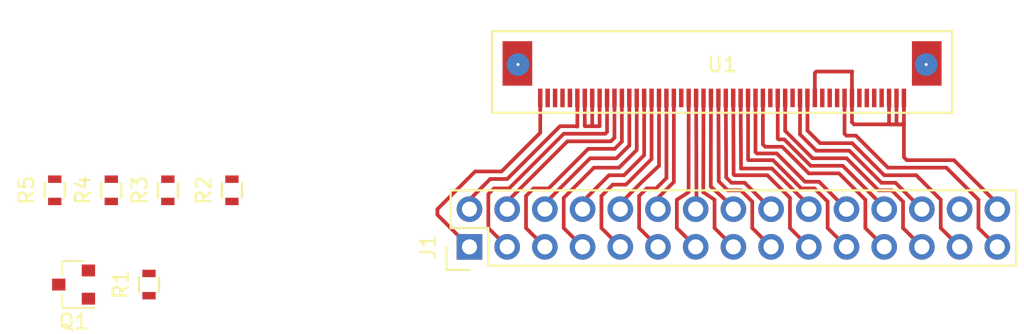
<source format=kicad_pcb>
(kicad_pcb (version 4) (host pcbnew 4.0.6)

  (general
    (links 51)
    (no_connects 16)
    (area 0 0 0 0)
    (thickness 1.6)
    (drawings 0)
    (tracks 190)
    (zones 0)
    (modules 8)
    (nets 43)
  )

  (page A4)
  (layers
    (0 F.Cu signal)
    (31 B.Cu signal)
    (32 B.Adhes user)
    (33 F.Adhes user)
    (34 B.Paste user)
    (35 F.Paste user)
    (36 B.SilkS user)
    (37 F.SilkS user)
    (38 B.Mask user)
    (39 F.Mask user)
    (40 Dwgs.User user)
    (41 Cmts.User user)
    (42 Eco1.User user)
    (43 Eco2.User user)
    (44 Edge.Cuts user)
    (45 Margin user)
    (46 B.CrtYd user)
    (47 F.CrtYd user)
    (48 B.Fab user)
    (49 F.Fab user)
  )

  (setup
    (last_trace_width 0.25)
    (trace_clearance 0.2)
    (zone_clearance 0.208)
    (zone_45_only no)
    (trace_min 0.2)
    (segment_width 0.2)
    (edge_width 0.15)
    (via_size 0.6)
    (via_drill 0.4)
    (via_min_size 0.4)
    (via_min_drill 0.3)
    (uvia_size 0.3)
    (uvia_drill 0.1)
    (uvias_allowed no)
    (uvia_min_size 0.2)
    (uvia_min_drill 0.1)
    (pcb_text_width 0.3)
    (pcb_text_size 1.5 1.5)
    (mod_edge_width 0.15)
    (mod_text_size 1 1)
    (mod_text_width 0.15)
    (pad_size 1.524 1.524)
    (pad_drill 0.762)
    (pad_to_mask_clearance 0.2)
    (aux_axis_origin 151.765 99.949)
    (visible_elements FFFFFF7F)
    (pcbplotparams
      (layerselection 0x00030_80000001)
      (usegerberextensions false)
      (excludeedgelayer true)
      (linewidth 0.100000)
      (plotframeref false)
      (viasonmask false)
      (mode 1)
      (useauxorigin false)
      (hpglpennumber 1)
      (hpglpenspeed 20)
      (hpglpendiameter 15)
      (hpglpenoverlay 2)
      (psnegative false)
      (psa4output false)
      (plotreference true)
      (plotvalue true)
      (plotinvisibletext false)
      (padsonsilk false)
      (subtractmaskfromsilk false)
      (outputformat 1)
      (mirror false)
      (drillshape 1)
      (scaleselection 1)
      (outputdirectory ""))
  )

  (net 0 "")
  (net 1 BL)
  (net 2 GND)
  (net 3 "Net-(Q1-Pad3)")
  (net 4 +3V3)
  (net 5 "Net-(R2-Pad2)")
  (net 6 "Net-(R3-Pad2)")
  (net 7 "Net-(R4-Pad2)")
  (net 8 "Net-(R5-Pad2)")
  (net 9 +5V)
  (net 10 RST)
  (net 11 VSYNC)
  (net 12 HSYNC)
  (net 13 CLOCK)
  (net 14 DEN)
  (net 15 RED7)
  (net 16 RED6)
  (net 17 RED5)
  (net 18 RED4)
  (net 19 RED3)
  (net 20 "Net-(U1-Pad20)")
  (net 21 GRE7)
  (net 22 GRE6)
  (net 23 GRE5)
  (net 24 GRE4)
  (net 25 GRE3)
  (net 26 GRE2)
  (net 27 BLU7)
  (net 28 BLU6)
  (net 29 BLU5)
  (net 30 BLU4)
  (net 31 BLU3)
  (net 32 "Net-(U1-Pad32)")
  (net 33 MISO)
  (net 34 MOSI)
  (net 35 "Net-(U1-Pad35)")
  (net 36 DC)
  (net 37 SCL)
  (net 38 "Net-(U1-Pad39)")
  (net 39 "Net-(U1-Pad44)")
  (net 40 "Net-(U1-Pad45)")
  (net 41 "Net-(U1-Pad46)")
  (net 42 "Net-(U1-Pad47)")

  (net_class Default "This is the default net class."
    (clearance 0.2)
    (trace_width 0.25)
    (via_dia 0.6)
    (via_drill 0.4)
    (uvia_dia 0.3)
    (uvia_drill 0.1)
    (add_net +3V3)
    (add_net +5V)
    (add_net BL)
    (add_net BLU3)
    (add_net BLU4)
    (add_net BLU5)
    (add_net BLU6)
    (add_net BLU7)
    (add_net CLOCK)
    (add_net DC)
    (add_net DEN)
    (add_net GND)
    (add_net GRE2)
    (add_net GRE3)
    (add_net GRE4)
    (add_net GRE5)
    (add_net GRE6)
    (add_net GRE7)
    (add_net HSYNC)
    (add_net MISO)
    (add_net MOSI)
    (add_net "Net-(Q1-Pad3)")
    (add_net "Net-(R2-Pad2)")
    (add_net "Net-(R3-Pad2)")
    (add_net "Net-(R4-Pad2)")
    (add_net "Net-(R5-Pad2)")
    (add_net "Net-(U1-Pad20)")
    (add_net "Net-(U1-Pad32)")
    (add_net "Net-(U1-Pad35)")
    (add_net "Net-(U1-Pad39)")
    (add_net "Net-(U1-Pad44)")
    (add_net "Net-(U1-Pad45)")
    (add_net "Net-(U1-Pad46)")
    (add_net "Net-(U1-Pad47)")
    (add_net RED3)
    (add_net RED4)
    (add_net RED5)
    (add_net RED6)
    (add_net RED7)
    (add_net RST)
    (add_net SCL)
    (add_net VSYNC)
  )

  (module TO_SOT_Packages_SMD:SOT-23 (layer F.Cu) (tedit 583F39EB) (tstamp 58F8FFF9)
    (at 127 118.11 180)
    (descr "SOT-23, Standard")
    (tags SOT-23)
    (path /58F844C2)
    (attr smd)
    (fp_text reference Q1 (at 0 -2.5 180) (layer F.SilkS)
      (effects (font (size 1 1) (thickness 0.15)))
    )
    (fp_text value Q_PMOS_GSD (at 0 2.5 180) (layer F.Fab)
      (effects (font (size 1 1) (thickness 0.15)))
    )
    (fp_line (start 0.76 1.58) (end 0.76 0.65) (layer F.SilkS) (width 0.12))
    (fp_line (start 0.76 -1.58) (end 0.76 -0.65) (layer F.SilkS) (width 0.12))
    (fp_line (start 0.7 -1.52) (end 0.7 1.52) (layer F.Fab) (width 0.15))
    (fp_line (start -0.7 1.52) (end 0.7 1.52) (layer F.Fab) (width 0.15))
    (fp_line (start -1.7 -1.75) (end 1.7 -1.75) (layer F.CrtYd) (width 0.05))
    (fp_line (start 1.7 -1.75) (end 1.7 1.75) (layer F.CrtYd) (width 0.05))
    (fp_line (start 1.7 1.75) (end -1.7 1.75) (layer F.CrtYd) (width 0.05))
    (fp_line (start -1.7 1.75) (end -1.7 -1.75) (layer F.CrtYd) (width 0.05))
    (fp_line (start 0.76 -1.58) (end -1.4 -1.58) (layer F.SilkS) (width 0.12))
    (fp_line (start -0.7 -1.52) (end 0.7 -1.52) (layer F.Fab) (width 0.15))
    (fp_line (start -0.7 -1.52) (end -0.7 1.52) (layer F.Fab) (width 0.15))
    (fp_line (start 0.76 1.58) (end -0.7 1.58) (layer F.SilkS) (width 0.12))
    (pad 1 smd rect (at -1 -0.95 180) (size 0.9 0.8) (layers F.Cu F.Paste F.Mask)
      (net 1 BL))
    (pad 2 smd rect (at -1 0.95 180) (size 0.9 0.8) (layers F.Cu F.Paste F.Mask)
      (net 2 GND))
    (pad 3 smd rect (at 1 0 180) (size 0.9 0.8) (layers F.Cu F.Paste F.Mask)
      (net 3 "Net-(Q1-Pad3)"))
    (model TO_SOT_Packages_SMD.3dshapes/SOT-23.wrl
      (at (xyz 0 0 0))
      (scale (xyz 1 1 1))
      (rotate (xyz 0 0 90))
    )
  )

  (module Resistors_SMD:R_0603 (layer F.Cu) (tedit 58307A47) (tstamp 58F8FFFF)
    (at 132.08 118.11 90)
    (descr "Resistor SMD 0603, reflow soldering, Vishay (see dcrcw.pdf)")
    (tags "resistor 0603")
    (path /58F8431E)
    (attr smd)
    (fp_text reference R1 (at 0 -1.9 90) (layer F.SilkS)
      (effects (font (size 1 1) (thickness 0.15)))
    )
    (fp_text value 10k (at 0 1.9 90) (layer F.Fab)
      (effects (font (size 1 1) (thickness 0.15)))
    )
    (fp_line (start -0.8 0.4) (end -0.8 -0.4) (layer F.Fab) (width 0.1))
    (fp_line (start 0.8 0.4) (end -0.8 0.4) (layer F.Fab) (width 0.1))
    (fp_line (start 0.8 -0.4) (end 0.8 0.4) (layer F.Fab) (width 0.1))
    (fp_line (start -0.8 -0.4) (end 0.8 -0.4) (layer F.Fab) (width 0.1))
    (fp_line (start -1.3 -0.8) (end 1.3 -0.8) (layer F.CrtYd) (width 0.05))
    (fp_line (start -1.3 0.8) (end 1.3 0.8) (layer F.CrtYd) (width 0.05))
    (fp_line (start -1.3 -0.8) (end -1.3 0.8) (layer F.CrtYd) (width 0.05))
    (fp_line (start 1.3 -0.8) (end 1.3 0.8) (layer F.CrtYd) (width 0.05))
    (fp_line (start 0.5 0.675) (end -0.5 0.675) (layer F.SilkS) (width 0.15))
    (fp_line (start -0.5 -0.675) (end 0.5 -0.675) (layer F.SilkS) (width 0.15))
    (pad 1 smd rect (at -0.75 0 90) (size 0.5 0.9) (layers F.Cu F.Paste F.Mask)
      (net 1 BL))
    (pad 2 smd rect (at 0.75 0 90) (size 0.5 0.9) (layers F.Cu F.Paste F.Mask)
      (net 4 +3V3))
    (model Resistors_SMD.3dshapes/R_0603.wrl
      (at (xyz 0 0 0))
      (scale (xyz 1 1 1))
      (rotate (xyz 0 0 0))
    )
  )

  (module Resistors_SMD:R_0603 (layer F.Cu) (tedit 58307A47) (tstamp 58F90005)
    (at 137.668 111.76 90)
    (descr "Resistor SMD 0603, reflow soldering, Vishay (see dcrcw.pdf)")
    (tags "resistor 0603")
    (path /58F8442F)
    (attr smd)
    (fp_text reference R2 (at 0 -1.9 90) (layer F.SilkS)
      (effects (font (size 1 1) (thickness 0.15)))
    )
    (fp_text value 330 (at 0 1.9 90) (layer F.Fab)
      (effects (font (size 1 1) (thickness 0.15)))
    )
    (fp_line (start -0.8 0.4) (end -0.8 -0.4) (layer F.Fab) (width 0.1))
    (fp_line (start 0.8 0.4) (end -0.8 0.4) (layer F.Fab) (width 0.1))
    (fp_line (start 0.8 -0.4) (end 0.8 0.4) (layer F.Fab) (width 0.1))
    (fp_line (start -0.8 -0.4) (end 0.8 -0.4) (layer F.Fab) (width 0.1))
    (fp_line (start -1.3 -0.8) (end 1.3 -0.8) (layer F.CrtYd) (width 0.05))
    (fp_line (start -1.3 0.8) (end 1.3 0.8) (layer F.CrtYd) (width 0.05))
    (fp_line (start -1.3 -0.8) (end -1.3 0.8) (layer F.CrtYd) (width 0.05))
    (fp_line (start 1.3 -0.8) (end 1.3 0.8) (layer F.CrtYd) (width 0.05))
    (fp_line (start 0.5 0.675) (end -0.5 0.675) (layer F.SilkS) (width 0.15))
    (fp_line (start -0.5 -0.675) (end 0.5 -0.675) (layer F.SilkS) (width 0.15))
    (pad 1 smd rect (at -0.75 0 90) (size 0.5 0.9) (layers F.Cu F.Paste F.Mask)
      (net 3 "Net-(Q1-Pad3)"))
    (pad 2 smd rect (at 0.75 0 90) (size 0.5 0.9) (layers F.Cu F.Paste F.Mask)
      (net 5 "Net-(R2-Pad2)"))
    (model Resistors_SMD.3dshapes/R_0603.wrl
      (at (xyz 0 0 0))
      (scale (xyz 1 1 1))
      (rotate (xyz 0 0 0))
    )
  )

  (module Resistors_SMD:R_0603 (layer F.Cu) (tedit 58307A47) (tstamp 58F9000B)
    (at 133.35 111.76 90)
    (descr "Resistor SMD 0603, reflow soldering, Vishay (see dcrcw.pdf)")
    (tags "resistor 0603")
    (path /58F8418B)
    (attr smd)
    (fp_text reference R3 (at 0 -1.9 90) (layer F.SilkS)
      (effects (font (size 1 1) (thickness 0.15)))
    )
    (fp_text value 330 (at 0 1.9 90) (layer F.Fab)
      (effects (font (size 1 1) (thickness 0.15)))
    )
    (fp_line (start -0.8 0.4) (end -0.8 -0.4) (layer F.Fab) (width 0.1))
    (fp_line (start 0.8 0.4) (end -0.8 0.4) (layer F.Fab) (width 0.1))
    (fp_line (start 0.8 -0.4) (end 0.8 0.4) (layer F.Fab) (width 0.1))
    (fp_line (start -0.8 -0.4) (end 0.8 -0.4) (layer F.Fab) (width 0.1))
    (fp_line (start -1.3 -0.8) (end 1.3 -0.8) (layer F.CrtYd) (width 0.05))
    (fp_line (start -1.3 0.8) (end 1.3 0.8) (layer F.CrtYd) (width 0.05))
    (fp_line (start -1.3 -0.8) (end -1.3 0.8) (layer F.CrtYd) (width 0.05))
    (fp_line (start 1.3 -0.8) (end 1.3 0.8) (layer F.CrtYd) (width 0.05))
    (fp_line (start 0.5 0.675) (end -0.5 0.675) (layer F.SilkS) (width 0.15))
    (fp_line (start -0.5 -0.675) (end 0.5 -0.675) (layer F.SilkS) (width 0.15))
    (pad 1 smd rect (at -0.75 0 90) (size 0.5 0.9) (layers F.Cu F.Paste F.Mask)
      (net 3 "Net-(Q1-Pad3)"))
    (pad 2 smd rect (at 0.75 0 90) (size 0.5 0.9) (layers F.Cu F.Paste F.Mask)
      (net 6 "Net-(R3-Pad2)"))
    (model Resistors_SMD.3dshapes/R_0603.wrl
      (at (xyz 0 0 0))
      (scale (xyz 1 1 1))
      (rotate (xyz 0 0 0))
    )
  )

  (module Resistors_SMD:R_0603 (layer F.Cu) (tedit 58307A47) (tstamp 58F90011)
    (at 129.54 111.76 90)
    (descr "Resistor SMD 0603, reflow soldering, Vishay (see dcrcw.pdf)")
    (tags "resistor 0603")
    (path /58F84462)
    (attr smd)
    (fp_text reference R4 (at 0 -1.9 90) (layer F.SilkS)
      (effects (font (size 1 1) (thickness 0.15)))
    )
    (fp_text value 330 (at 0 1.9 90) (layer F.Fab)
      (effects (font (size 1 1) (thickness 0.15)))
    )
    (fp_line (start -0.8 0.4) (end -0.8 -0.4) (layer F.Fab) (width 0.1))
    (fp_line (start 0.8 0.4) (end -0.8 0.4) (layer F.Fab) (width 0.1))
    (fp_line (start 0.8 -0.4) (end 0.8 0.4) (layer F.Fab) (width 0.1))
    (fp_line (start -0.8 -0.4) (end 0.8 -0.4) (layer F.Fab) (width 0.1))
    (fp_line (start -1.3 -0.8) (end 1.3 -0.8) (layer F.CrtYd) (width 0.05))
    (fp_line (start -1.3 0.8) (end 1.3 0.8) (layer F.CrtYd) (width 0.05))
    (fp_line (start -1.3 -0.8) (end -1.3 0.8) (layer F.CrtYd) (width 0.05))
    (fp_line (start 1.3 -0.8) (end 1.3 0.8) (layer F.CrtYd) (width 0.05))
    (fp_line (start 0.5 0.675) (end -0.5 0.675) (layer F.SilkS) (width 0.15))
    (fp_line (start -0.5 -0.675) (end 0.5 -0.675) (layer F.SilkS) (width 0.15))
    (pad 1 smd rect (at -0.75 0 90) (size 0.5 0.9) (layers F.Cu F.Paste F.Mask)
      (net 3 "Net-(Q1-Pad3)"))
    (pad 2 smd rect (at 0.75 0 90) (size 0.5 0.9) (layers F.Cu F.Paste F.Mask)
      (net 7 "Net-(R4-Pad2)"))
    (model Resistors_SMD.3dshapes/R_0603.wrl
      (at (xyz 0 0 0))
      (scale (xyz 1 1 1))
      (rotate (xyz 0 0 0))
    )
  )

  (module Resistors_SMD:R_0603 (layer F.Cu) (tedit 58307A47) (tstamp 58F90017)
    (at 125.73 111.76 90)
    (descr "Resistor SMD 0603, reflow soldering, Vishay (see dcrcw.pdf)")
    (tags "resistor 0603")
    (path /58F8448A)
    (attr smd)
    (fp_text reference R5 (at 0 -1.9 90) (layer F.SilkS)
      (effects (font (size 1 1) (thickness 0.15)))
    )
    (fp_text value 330 (at 0 1.9 90) (layer F.Fab)
      (effects (font (size 1 1) (thickness 0.15)))
    )
    (fp_line (start -0.8 0.4) (end -0.8 -0.4) (layer F.Fab) (width 0.1))
    (fp_line (start 0.8 0.4) (end -0.8 0.4) (layer F.Fab) (width 0.1))
    (fp_line (start 0.8 -0.4) (end 0.8 0.4) (layer F.Fab) (width 0.1))
    (fp_line (start -0.8 -0.4) (end 0.8 -0.4) (layer F.Fab) (width 0.1))
    (fp_line (start -1.3 -0.8) (end 1.3 -0.8) (layer F.CrtYd) (width 0.05))
    (fp_line (start -1.3 0.8) (end 1.3 0.8) (layer F.CrtYd) (width 0.05))
    (fp_line (start -1.3 -0.8) (end -1.3 0.8) (layer F.CrtYd) (width 0.05))
    (fp_line (start 1.3 -0.8) (end 1.3 0.8) (layer F.CrtYd) (width 0.05))
    (fp_line (start 0.5 0.675) (end -0.5 0.675) (layer F.SilkS) (width 0.15))
    (fp_line (start -0.5 -0.675) (end 0.5 -0.675) (layer F.SilkS) (width 0.15))
    (pad 1 smd rect (at -0.75 0 90) (size 0.5 0.9) (layers F.Cu F.Paste F.Mask)
      (net 3 "Net-(Q1-Pad3)"))
    (pad 2 smd rect (at 0.75 0 90) (size 0.5 0.9) (layers F.Cu F.Paste F.Mask)
      (net 8 "Net-(R5-Pad2)"))
    (model Resistors_SMD.3dshapes/R_0603.wrl
      (at (xyz 0 0 0))
      (scale (xyz 1 1 1))
      (rotate (xyz 0 0 0))
    )
  )

  (module Pin_Headers:Pin_Header_Straight_2x15 (layer F.Cu) (tedit 58F93DCF) (tstamp 58F9021D)
    (at 153.67 115.57 90)
    (descr "Through hole pin header")
    (tags "pin header")
    (path /58F8F944)
    (fp_text reference J1 (at 0 -2.794 90) (layer F.SilkS)
      (effects (font (size 1 1) (thickness 0.15)))
    )
    (fp_text value CONN_02X15 (at 0 -4.572 90) (layer F.Fab) hide
      (effects (font (size 1 1) (thickness 0.15)))
    )
    (fp_line (start -1.75 -1.75) (end -1.75 37.35) (layer F.CrtYd) (width 0.05))
    (fp_line (start 4.3 -1.75) (end 4.3 37.35) (layer F.CrtYd) (width 0.05))
    (fp_line (start -1.75 -1.75) (end 4.3 -1.75) (layer F.CrtYd) (width 0.05))
    (fp_line (start -1.75 37.35) (end 4.3 37.35) (layer F.CrtYd) (width 0.05))
    (fp_line (start 3.81 36.83) (end 3.81 -1.27) (layer F.SilkS) (width 0.15))
    (fp_line (start -1.27 1.27) (end -1.27 36.83) (layer F.SilkS) (width 0.15))
    (fp_line (start 3.81 36.83) (end -1.27 36.83) (layer F.SilkS) (width 0.15))
    (fp_line (start 3.81 -1.27) (end 1.27 -1.27) (layer F.SilkS) (width 0.15))
    (fp_line (start 0 -1.55) (end -1.55 -1.55) (layer F.SilkS) (width 0.15))
    (fp_line (start 1.27 -1.27) (end 1.27 1.27) (layer F.SilkS) (width 0.15))
    (fp_line (start 1.27 1.27) (end -1.27 1.27) (layer F.SilkS) (width 0.15))
    (fp_line (start -1.55 -1.55) (end -1.55 0) (layer F.SilkS) (width 0.15))
    (pad 1 thru_hole rect (at 0 0 90) (size 1.7272 1.7272) (drill 1.016) (layers *.Cu *.Mask)
      (net 9 +5V))
    (pad 2 thru_hole oval (at 2.54 0 90) (size 1.7272 1.7272) (drill 1.016) (layers *.Cu *.Mask)
      (net 2 GND))
    (pad 3 thru_hole oval (at 0 2.54 90) (size 1.7272 1.7272) (drill 1.016) (layers *.Cu *.Mask)
      (net 10 RST))
    (pad 4 thru_hole oval (at 2.54 2.54 90) (size 1.7272 1.7272) (drill 1.016) (layers *.Cu *.Mask)
      (net 11 VSYNC))
    (pad 5 thru_hole oval (at 0 5.08 90) (size 1.7272 1.7272) (drill 1.016) (layers *.Cu *.Mask)
      (net 12 HSYNC))
    (pad 6 thru_hole oval (at 2.54 5.08 90) (size 1.7272 1.7272) (drill 1.016) (layers *.Cu *.Mask)
      (net 13 CLOCK))
    (pad 7 thru_hole oval (at 0 7.62 90) (size 1.7272 1.7272) (drill 1.016) (layers *.Cu *.Mask)
      (net 14 DEN))
    (pad 8 thru_hole oval (at 2.54 7.62 90) (size 1.7272 1.7272) (drill 1.016) (layers *.Cu *.Mask)
      (net 15 RED7))
    (pad 9 thru_hole oval (at 0 10.16 90) (size 1.7272 1.7272) (drill 1.016) (layers *.Cu *.Mask)
      (net 16 RED6))
    (pad 10 thru_hole oval (at 2.54 10.16 90) (size 1.7272 1.7272) (drill 1.016) (layers *.Cu *.Mask)
      (net 17 RED5))
    (pad 11 thru_hole oval (at 0 12.7 90) (size 1.7272 1.7272) (drill 1.016) (layers *.Cu *.Mask)
      (net 18 RED4))
    (pad 12 thru_hole oval (at 2.54 12.7 90) (size 1.7272 1.7272) (drill 1.016) (layers *.Cu *.Mask)
      (net 19 RED3))
    (pad 13 thru_hole oval (at 0 15.24 90) (size 1.7272 1.7272) (drill 1.016) (layers *.Cu *.Mask)
      (net 21 GRE7))
    (pad 14 thru_hole oval (at 2.54 15.24 90) (size 1.7272 1.7272) (drill 1.016) (layers *.Cu *.Mask)
      (net 22 GRE6))
    (pad 15 thru_hole oval (at 0 17.78 90) (size 1.7272 1.7272) (drill 1.016) (layers *.Cu *.Mask)
      (net 23 GRE5))
    (pad 16 thru_hole oval (at 2.54 17.78 90) (size 1.7272 1.7272) (drill 1.016) (layers *.Cu *.Mask)
      (net 24 GRE4))
    (pad 17 thru_hole oval (at 0 20.32 90) (size 1.7272 1.7272) (drill 1.016) (layers *.Cu *.Mask)
      (net 25 GRE3))
    (pad 18 thru_hole oval (at 2.54 20.32 90) (size 1.7272 1.7272) (drill 1.016) (layers *.Cu *.Mask)
      (net 26 GRE2))
    (pad 19 thru_hole oval (at 0 22.86 90) (size 1.7272 1.7272) (drill 1.016) (layers *.Cu *.Mask)
      (net 27 BLU7))
    (pad 20 thru_hole oval (at 2.54 22.86 90) (size 1.7272 1.7272) (drill 1.016) (layers *.Cu *.Mask)
      (net 28 BLU6))
    (pad 21 thru_hole oval (at 0 25.4 90) (size 1.7272 1.7272) (drill 1.016) (layers *.Cu *.Mask)
      (net 29 BLU5))
    (pad 22 thru_hole oval (at 2.54 25.4 90) (size 1.7272 1.7272) (drill 1.016) (layers *.Cu *.Mask)
      (net 30 BLU4))
    (pad 23 thru_hole oval (at 0 27.94 90) (size 1.7272 1.7272) (drill 1.016) (layers *.Cu *.Mask)
      (net 31 BLU3))
    (pad 24 thru_hole oval (at 2.54 27.94 90) (size 1.7272 1.7272) (drill 1.016) (layers *.Cu *.Mask)
      (net 33 MISO))
    (pad 25 thru_hole oval (at 0 30.48 90) (size 1.7272 1.7272) (drill 1.016) (layers *.Cu *.Mask)
      (net 34 MOSI))
    (pad 26 thru_hole oval (at 2.54 30.48 90) (size 1.7272 1.7272) (drill 1.016) (layers *.Cu *.Mask)
      (net 36 DC))
    (pad 27 thru_hole oval (at 0 33.02 90) (size 1.7272 1.7272) (drill 1.016) (layers *.Cu *.Mask)
      (net 37 SCL))
    (pad 28 thru_hole oval (at 2.54 33.02 90) (size 1.7272 1.7272) (drill 1.016) (layers *.Cu *.Mask)
      (net 1 BL))
    (pad 29 thru_hole oval (at 0 35.56 90) (size 1.7272 1.7272) (drill 1.016) (layers *.Cu *.Mask)
      (net 4 +3V3))
    (pad 30 thru_hole oval (at 2.54 35.56 90) (size 1.7272 1.7272) (drill 1.016) (layers *.Cu *.Mask)
      (net 2 GND))
    (model Pin_Headers.3dshapes/Pin_Header_Straight_2x15.wrl
      (at (xyz 0.05 -0.7 0))
      (scale (xyz 1 1 1))
      (rotate (xyz 0 0 90))
    )
  )

  (module zif:ZIF_50 (layer F.Cu) (tedit 58F93D16) (tstamp 58F90053)
    (at 170.688 105.537)
    (path /58F85688)
    (fp_text reference U1 (at 0 -2.25) (layer F.SilkS)
      (effects (font (size 1 1) (thickness 0.15)))
    )
    (fp_text value ER-TFT024-3 (at 0 -5.75) (layer F.Fab)
      (effects (font (size 1 1) (thickness 0.15)))
    )
    (fp_line (start -15.5 1) (end 15.5 1) (layer F.SilkS) (width 0.15))
    (fp_line (start 15.5 1) (end 15.5 -4.5) (layer F.SilkS) (width 0.15))
    (fp_line (start 15.5 -4.5) (end -15.5 -4.5) (layer F.SilkS) (width 0.15))
    (fp_line (start -15.5 -4.5) (end -15.5 1) (layer F.SilkS) (width 0.15))
    (pad 1 smd rect (at -12.25 0) (size 0.3 1.25) (layers F.Cu F.Paste F.Mask)
      (net 9 +5V))
    (pad 2 smd rect (at -11.75 0) (size 0.3 1.25) (layers F.Cu F.Paste F.Mask)
      (net 8 "Net-(R5-Pad2)"))
    (pad 3 smd rect (at -11.25 0) (size 0.3 1.25) (layers F.Cu F.Paste F.Mask)
      (net 7 "Net-(R4-Pad2)"))
    (pad 4 smd rect (at -10.75 0) (size 0.3 1.25) (layers F.Cu F.Paste F.Mask)
      (net 6 "Net-(R3-Pad2)"))
    (pad 5 smd rect (at -10.25 0) (size 0.3 1.25) (layers F.Cu F.Paste F.Mask)
      (net 5 "Net-(R2-Pad2)"))
    (pad 6 smd rect (at -9.75 0) (size 0.3 1.25) (layers F.Cu F.Paste F.Mask)
      (net 2 GND))
    (pad 7 smd rect (at -9.25 0) (size 0.3 1.25) (layers F.Cu F.Paste F.Mask)
      (net 4 +3V3))
    (pad 8 smd rect (at -8.75 0) (size 0.3 1.25) (layers F.Cu F.Paste F.Mask)
      (net 4 +3V3))
    (pad 9 smd rect (at -8.25 0) (size 0.3 1.25) (layers F.Cu F.Paste F.Mask)
      (net 4 +3V3))
    (pad 10 smd rect (at -7.75 0) (size 0.3 1.25) (layers F.Cu F.Paste F.Mask)
      (net 10 RST))
    (pad 11 smd rect (at -7.25 0) (size 0.3 1.25) (layers F.Cu F.Paste F.Mask)
      (net 11 VSYNC))
    (pad 12 smd rect (at -6.75 0) (size 0.3 1.25) (layers F.Cu F.Paste F.Mask)
      (net 12 HSYNC))
    (pad 13 smd rect (at -6.25 0) (size 0.3 1.25) (layers F.Cu F.Paste F.Mask)
      (net 13 CLOCK))
    (pad 14 smd rect (at -5.75 0) (size 0.3 1.25) (layers F.Cu F.Paste F.Mask)
      (net 14 DEN))
    (pad 15 smd rect (at -5.25 0) (size 0.3 1.25) (layers F.Cu F.Paste F.Mask)
      (net 15 RED7))
    (pad 16 smd rect (at -4.75 0) (size 0.3 1.25) (layers F.Cu F.Paste F.Mask)
      (net 16 RED6))
    (pad 17 smd rect (at -4.25 0) (size 0.3 1.25) (layers F.Cu F.Paste F.Mask)
      (net 17 RED5))
    (pad 18 smd rect (at -3.75 0) (size 0.3 1.25) (layers F.Cu F.Paste F.Mask)
      (net 18 RED4))
    (pad 19 smd rect (at -3.25 0) (size 0.3 1.25) (layers F.Cu F.Paste F.Mask)
      (net 19 RED3))
    (pad 20 smd rect (at -2.75 0) (size 0.3 1.25) (layers F.Cu F.Paste F.Mask)
      (net 20 "Net-(U1-Pad20)"))
    (pad 21 smd rect (at -2.25 0) (size 0.3 1.25) (layers F.Cu F.Paste F.Mask)
      (net 21 GRE7))
    (pad 22 smd rect (at -1.75 0) (size 0.3 1.25) (layers F.Cu F.Paste F.Mask)
      (net 22 GRE6))
    (pad 23 smd rect (at -1.25 0) (size 0.3 1.25) (layers F.Cu F.Paste F.Mask)
      (net 23 GRE5))
    (pad 24 smd rect (at -0.75 0) (size 0.3 1.25) (layers F.Cu F.Paste F.Mask)
      (net 24 GRE4))
    (pad 25 smd rect (at -0.25 0) (size 0.3 1.25) (layers F.Cu F.Paste F.Mask)
      (net 25 GRE3))
    (pad 26 smd rect (at 0.25 0) (size 0.3 1.25) (layers F.Cu F.Paste F.Mask)
      (net 26 GRE2))
    (pad 27 smd rect (at 0.75 0) (size 0.3 1.25) (layers F.Cu F.Paste F.Mask)
      (net 27 BLU7))
    (pad 28 smd rect (at 1.25 0) (size 0.3 1.25) (layers F.Cu F.Paste F.Mask)
      (net 28 BLU6))
    (pad 29 smd rect (at 1.75 0) (size 0.3 1.25) (layers F.Cu F.Paste F.Mask)
      (net 29 BLU5))
    (pad 30 smd rect (at 2.25 0) (size 0.3 1.25) (layers F.Cu F.Paste F.Mask)
      (net 30 BLU4))
    (pad 31 smd rect (at 2.75 0) (size 0.3 1.25) (layers F.Cu F.Paste F.Mask)
      (net 31 BLU3))
    (pad 32 smd rect (at 3.25 0) (size 0.3 1.25) (layers F.Cu F.Paste F.Mask)
      (net 32 "Net-(U1-Pad32)"))
    (pad 33 smd rect (at 3.75 0) (size 0.3 1.25) (layers F.Cu F.Paste F.Mask)
      (net 33 MISO))
    (pad 34 smd rect (at 4.25 0) (size 0.3 1.25) (layers F.Cu F.Paste F.Mask)
      (net 34 MOSI))
    (pad 35 smd rect (at 4.75 0) (size 0.3 1.25) (layers F.Cu F.Paste F.Mask)
      (net 35 "Net-(U1-Pad35)"))
    (pad 36 smd rect (at 5.25 0) (size 0.3 1.25) (layers F.Cu F.Paste F.Mask)
      (net 36 DC))
    (pad 37 smd rect (at 5.75 0) (size 0.3 1.25) (layers F.Cu F.Paste F.Mask)
      (net 37 SCL))
    (pad 38 smd rect (at 6.25 0) (size 0.3 1.25) (layers F.Cu F.Paste F.Mask)
      (net 2 GND))
    (pad 39 smd rect (at 6.75 0) (size 0.3 1.25) (layers F.Cu F.Paste F.Mask)
      (net 38 "Net-(U1-Pad39)"))
    (pad 40 smd rect (at 7.25 0) (size 0.3 1.25) (layers F.Cu F.Paste F.Mask)
      (net 4 +3V3))
    (pad 41 smd rect (at 7.75 0) (size 0.3 1.25) (layers F.Cu F.Paste F.Mask)
      (net 4 +3V3))
    (pad 42 smd rect (at 8.25 0) (size 0.3 1.25) (layers F.Cu F.Paste F.Mask)
      (net 4 +3V3))
    (pad 43 smd rect (at 8.75 0) (size 0.3 1.25) (layers F.Cu F.Paste F.Mask)
      (net 2 GND))
    (pad 44 smd rect (at 9.25 0) (size 0.3 1.25) (layers F.Cu F.Paste F.Mask)
      (net 39 "Net-(U1-Pad44)"))
    (pad 45 smd rect (at 9.75 0) (size 0.3 1.25) (layers F.Cu F.Paste F.Mask)
      (net 40 "Net-(U1-Pad45)"))
    (pad 46 smd rect (at 10.25 0) (size 0.3 1.25) (layers F.Cu F.Paste F.Mask)
      (net 41 "Net-(U1-Pad46)"))
    (pad 47 smd rect (at 10.75 0) (size 0.3 1.25) (layers F.Cu F.Paste F.Mask)
      (net 42 "Net-(U1-Pad47)"))
    (pad 48 smd rect (at 11.25 0) (size 0.3 1.25) (layers F.Cu F.Paste F.Mask)
      (net 2 GND))
    (pad 49 smd rect (at 11.75 0) (size 0.3 1.25) (layers F.Cu F.Paste F.Mask)
      (net 2 GND))
    (pad 50 smd rect (at 12.25 0) (size 0.3 1.25) (layers F.Cu F.Paste F.Mask)
      (net 2 GND))
    (pad G2 smd rect (at 13.79 -2.325) (size 2 3) (layers F.Cu F.Paste F.Mask))
    (pad G1 smd rect (at -13.79 -2.325) (size 2 3) (layers F.Cu F.Paste F.Mask))
    (pad G2 thru_hole circle (at 13.75 -2.25) (size 1.524 1.524) (drill 0.2) (layers *.Cu *.Mask))
    (pad G1 thru_hole circle (at -13.75 -2.25) (size 1.524 1.524) (drill 0.2) (layers *.Cu *.Mask))
  )

  (segment (start 179.438 105.537) (end 179.438 103.759) (width 0.25) (layer F.Cu) (net 2))
  (segment (start 176.938 103.859) (end 177.038 103.759) (width 0.25) (layer F.Cu) (net 2) (tstamp 58F943ED))
  (segment (start 177.038 103.759) (end 179.451 103.759) (width 0.25) (layer F.Cu) (net 2) (tstamp 58F943F0))
  (segment (start 176.938 103.859) (end 176.938 105.537) (width 0.25) (layer F.Cu) (net 2))
  (segment (start 179.438 103.759) (end 179.451 103.759) (width 0.25) (layer F.Cu) (net 2) (tstamp 58F943F8))
  (segment (start 179.438 105.537) (end 179.438 107.175) (width 0.25) (layer F.Cu) (net 2))
  (segment (start 179.578 107.315) (end 182.938 107.315) (width 0.25) (layer F.Cu) (net 2) (tstamp 58F943D3))
  (segment (start 179.438 107.175) (end 179.578 107.315) (width 0.25) (layer F.Cu) (net 2) (tstamp 58F943CF))
  (segment (start 181.938 105.537) (end 181.938 107.262) (width 0.25) (layer F.Cu) (net 2))
  (segment (start 181.991 107.315) (end 182.938 107.315) (width 0.25) (layer F.Cu) (net 2) (tstamp 58F943C3))
  (segment (start 181.938 107.262) (end 181.991 107.315) (width 0.25) (layer F.Cu) (net 2) (tstamp 58F943C2))
  (segment (start 182.438 105.537) (end 182.438 107.254) (width 0.25) (layer F.Cu) (net 2))
  (segment (start 182.499 107.315) (end 182.938 107.315) (width 0.25) (layer F.Cu) (net 2) (tstamp 58F943BC))
  (segment (start 182.438 107.254) (end 182.499 107.315) (width 0.25) (layer F.Cu) (net 2) (tstamp 58F943B6))
  (segment (start 160.938 105.537) (end 160.938 107.470998) (width 0.25) (layer F.Cu) (net 2) (status 10))
  (segment (start 155.067 110.998) (end 153.67 112.395) (width 0.25) (layer F.Cu) (net 2) (tstamp 58F911A7))
  (segment (start 156.21 110.998) (end 155.067 110.998) (width 0.25) (layer F.Cu) (net 2) (tstamp 58F911A4))
  (segment (start 159.766 107.442) (end 156.21 110.998) (width 0.25) (layer F.Cu) (net 2) (tstamp 58F9119C))
  (segment (start 160.909002 107.442) (end 159.766 107.442) (width 0.25) (layer F.Cu) (net 2) (tstamp 58F91196))
  (segment (start 160.938 107.470998) (end 160.909002 107.442) (width 0.25) (layer F.Cu) (net 2) (tstamp 58F91194))
  (segment (start 153.67 112.395) (end 153.67 113.03) (width 0.25) (layer F.Cu) (net 2) (tstamp 58F911AE))
  (segment (start 182.938 105.537) (end 182.938 107.315) (width 0.25) (layer F.Cu) (net 2) (status 10))
  (segment (start 182.938 107.315) (end 182.938 109.532) (width 0.25) (layer F.Cu) (net 2) (tstamp 58F943C0) (status 10))
  (segment (start 186.309 109.728) (end 189.23 112.649) (width 0.25) (layer F.Cu) (net 2) (tstamp 58F90FE4))
  (segment (start 183.134 109.728) (end 186.309 109.728) (width 0.25) (layer F.Cu) (net 2) (tstamp 58F90FE2))
  (segment (start 182.938 109.532) (end 183.134 109.728) (width 0.25) (layer F.Cu) (net 2) (tstamp 58F90FDC))
  (segment (start 189.23 112.649) (end 189.23 113.03) (width 0.25) (layer F.Cu) (net 2) (tstamp 58F90FE8))
  (segment (start 161.938 105.537) (end 161.938 107.442) (width 0.25) (layer F.Cu) (net 4))
  (segment (start 161.938 107.442) (end 161.925 107.442) (width 0.25) (layer F.Cu) (net 4) (tstamp 58F94392))
  (segment (start 161.438 105.537) (end 161.438 107.421) (width 0.25) (layer F.Cu) (net 4))
  (segment (start 162.438 107.437) (end 162.438 105.537) (width 0.25) (layer F.Cu) (net 4) (tstamp 58F9438E))
  (segment (start 162.433 107.442) (end 162.438 107.437) (width 0.25) (layer F.Cu) (net 4) (tstamp 58F94389))
  (segment (start 161.459 107.442) (end 161.925 107.442) (width 0.25) (layer F.Cu) (net 4) (tstamp 58F94387))
  (segment (start 161.925 107.442) (end 162.433 107.442) (width 0.25) (layer F.Cu) (net 4) (tstamp 58F94395))
  (segment (start 161.438 107.421) (end 161.459 107.442) (width 0.25) (layer F.Cu) (net 4) (tstamp 58F94385))
  (segment (start 178.938 105.537) (end 178.938 107.945) (width 0.25) (layer F.Cu) (net 4) (status 10))
  (segment (start 187.96 114.3) (end 189.23 115.57) (width 0.25) (layer F.Cu) (net 4) (tstamp 58F90FD8))
  (segment (start 187.96 112.395) (end 187.96 114.3) (width 0.25) (layer F.Cu) (net 4) (tstamp 58F90FD6))
  (segment (start 185.801 110.236) (end 187.96 112.395) (width 0.25) (layer F.Cu) (net 4) (tstamp 58F90FD2))
  (segment (start 181.864 110.236) (end 185.801 110.236) (width 0.25) (layer F.Cu) (net 4) (tstamp 58F90FC8))
  (segment (start 179.705 108.077) (end 181.864 110.236) (width 0.25) (layer F.Cu) (net 4) (tstamp 58F90FC5))
  (segment (start 179.07 108.077) (end 179.705 108.077) (width 0.25) (layer F.Cu) (net 4) (tstamp 58F90FBD))
  (segment (start 178.938 107.945) (end 179.07 108.077) (width 0.25) (layer F.Cu) (net 4) (tstamp 58F90FBA))
  (segment (start 158.438 105.537) (end 158.438 107.881) (width 0.25) (layer F.Cu) (net 9))
  (segment (start 151.511 113.411) (end 153.67 115.57) (width 0.25) (layer F.Cu) (net 9) (tstamp 58F944C3))
  (segment (start 151.511 113.03) (end 151.511 113.411) (width 0.25) (layer F.Cu) (net 9) (tstamp 58F944BE))
  (segment (start 154.051 110.49) (end 151.511 113.03) (width 0.25) (layer F.Cu) (net 9) (tstamp 58F944B7))
  (segment (start 155.829 110.49) (end 154.051 110.49) (width 0.25) (layer F.Cu) (net 9) (tstamp 58F944B1))
  (segment (start 158.438 107.881) (end 155.829 110.49) (width 0.25) (layer F.Cu) (net 9) (tstamp 58F944AD))
  (segment (start 162.938 105.537) (end 162.938 107.826) (width 0.25) (layer F.Cu) (net 10) (status 10))
  (segment (start 154.94 114.3) (end 156.21 115.57) (width 0.25) (layer F.Cu) (net 10) (tstamp 58F91122))
  (segment (start 154.94 112.014) (end 154.94 114.3) (width 0.25) (layer F.Cu) (net 10) (tstamp 58F9111F))
  (segment (start 155.321 111.633) (end 154.94 112.014) (width 0.25) (layer F.Cu) (net 10) (tstamp 58F9111B))
  (segment (start 156.337 111.633) (end 155.321 111.633) (width 0.25) (layer F.Cu) (net 10) (tstamp 58F91116))
  (segment (start 160.02 107.95) (end 156.337 111.633) (width 0.25) (layer F.Cu) (net 10) (tstamp 58F9110F))
  (segment (start 162.814 107.95) (end 160.02 107.95) (width 0.25) (layer F.Cu) (net 10) (tstamp 58F9110C))
  (segment (start 162.938 107.826) (end 162.814 107.95) (width 0.25) (layer F.Cu) (net 10) (tstamp 58F91109))
  (segment (start 163.438 105.537) (end 163.438 108.215) (width 0.25) (layer F.Cu) (net 11) (status 10))
  (segment (start 160.274 108.458) (end 156.21 112.522) (width 0.25) (layer F.Cu) (net 11) (tstamp 58F910F9))
  (segment (start 163.195 108.458) (end 160.274 108.458) (width 0.25) (layer F.Cu) (net 11) (tstamp 58F910F6))
  (segment (start 163.438 108.215) (end 163.195 108.458) (width 0.25) (layer F.Cu) (net 11) (tstamp 58F910F4))
  (segment (start 156.21 112.522) (end 156.21 113.03) (width 0.25) (layer F.Cu) (net 11) (tstamp 58F910FE))
  (segment (start 163.938 105.537) (end 163.938 108.477) (width 0.25) (layer F.Cu) (net 12) (status 10))
  (segment (start 157.48 114.3) (end 158.75 115.57) (width 0.25) (layer F.Cu) (net 12) (tstamp 58F910BA))
  (segment (start 157.48 112.141) (end 157.48 114.3) (width 0.25) (layer F.Cu) (net 12) (tstamp 58F910B7))
  (segment (start 157.988 111.633) (end 157.48 112.141) (width 0.25) (layer F.Cu) (net 12) (tstamp 58F910B1))
  (segment (start 159.004 111.633) (end 157.988 111.633) (width 0.25) (layer F.Cu) (net 12) (tstamp 58F910AD))
  (segment (start 161.671 108.966) (end 159.004 111.633) (width 0.25) (layer F.Cu) (net 12) (tstamp 58F910A0))
  (segment (start 163.449 108.966) (end 161.671 108.966) (width 0.25) (layer F.Cu) (net 12) (tstamp 58F9109C))
  (segment (start 163.938 108.477) (end 163.449 108.966) (width 0.25) (layer F.Cu) (net 12) (tstamp 58F91099))
  (segment (start 164.438 105.537) (end 164.438 108.739) (width 0.25) (layer F.Cu) (net 13) (status 10))
  (segment (start 161.798 109.601) (end 158.75 112.649) (width 0.25) (layer F.Cu) (net 13) (tstamp 58F9108D))
  (segment (start 163.576 109.601) (end 161.798 109.601) (width 0.25) (layer F.Cu) (net 13) (tstamp 58F9108B))
  (segment (start 164.438 108.739) (end 163.576 109.601) (width 0.25) (layer F.Cu) (net 13) (tstamp 58F91088))
  (segment (start 158.75 112.649) (end 158.75 113.03) (width 0.25) (layer F.Cu) (net 13) (tstamp 58F9108F))
  (segment (start 164.938 105.537) (end 164.938 109.043002) (width 0.25) (layer F.Cu) (net 14) (status 10))
  (segment (start 160.02 114.3) (end 161.29 115.57) (width 0.25) (layer F.Cu) (net 14) (tstamp 58F91080))
  (segment (start 160.02 112.268) (end 160.02 114.3) (width 0.25) (layer F.Cu) (net 14) (tstamp 58F9107E))
  (segment (start 162.052 110.236) (end 160.02 112.268) (width 0.25) (layer F.Cu) (net 14) (tstamp 58F9107C))
  (segment (start 163.745002 110.236) (end 162.052 110.236) (width 0.25) (layer F.Cu) (net 14) (tstamp 58F91076))
  (segment (start 164.938 109.043002) (end 163.745002 110.236) (width 0.25) (layer F.Cu) (net 14) (tstamp 58F91074))
  (segment (start 165.438 105.537) (end 165.438 109.39) (width 0.25) (layer F.Cu) (net 15) (status 10))
  (segment (start 163.068 110.744) (end 161.29 112.522) (width 0.25) (layer F.Cu) (net 15) (tstamp 58F9106A))
  (segment (start 164.084 110.744) (end 163.068 110.744) (width 0.25) (layer F.Cu) (net 15) (tstamp 58F91065))
  (segment (start 165.438 109.39) (end 164.084 110.744) (width 0.25) (layer F.Cu) (net 15) (tstamp 58F91063))
  (segment (start 161.29 112.522) (end 161.29 113.03) (width 0.25) (layer F.Cu) (net 15) (tstamp 58F9106E))
  (segment (start 165.938 105.537) (end 165.938 109.652) (width 0.25) (layer F.Cu) (net 16) (status 10))
  (segment (start 162.56 114.3) (end 163.83 115.57) (width 0.25) (layer F.Cu) (net 16) (tstamp 58F91059))
  (segment (start 162.56 112.141) (end 162.56 114.3) (width 0.25) (layer F.Cu) (net 16) (tstamp 58F91055))
  (segment (start 163.322 111.379) (end 162.56 112.141) (width 0.25) (layer F.Cu) (net 16) (tstamp 58F91050))
  (segment (start 164.211 111.379) (end 163.322 111.379) (width 0.25) (layer F.Cu) (net 16) (tstamp 58F9104C))
  (segment (start 165.938 109.652) (end 164.211 111.379) (width 0.25) (layer F.Cu) (net 16) (tstamp 58F9104A))
  (segment (start 166.438 110.109) (end 165.354 111.125) (width 0.25) (layer F.Cu) (net 17) (tstamp 58F91026))
  (segment (start 165.354 111.125) (end 163.83 112.649) (width 0.25) (layer F.Cu) (net 17) (tstamp 58F91033))
  (segment (start 166.438 105.537) (end 166.438 110.109) (width 0.25) (layer F.Cu) (net 17) (status 10))
  (segment (start 163.83 112.649) (end 163.83 113.03) (width 0.25) (layer F.Cu) (net 17) (tstamp 58F91039))
  (segment (start 166.938 105.537) (end 166.938 110.938) (width 0.25) (layer F.Cu) (net 18) (status 10))
  (segment (start 165.1 114.3) (end 166.37 115.57) (width 0.25) (layer F.Cu) (net 18) (tstamp 58F9101D))
  (segment (start 165.1 112.141) (end 165.1 114.3) (width 0.25) (layer F.Cu) (net 18) (tstamp 58F9101B))
  (segment (start 165.608 111.633) (end 165.1 112.141) (width 0.25) (layer F.Cu) (net 18) (tstamp 58F91016))
  (segment (start 166.243 111.633) (end 165.608 111.633) (width 0.25) (layer F.Cu) (net 18) (tstamp 58F9100E))
  (segment (start 166.938 110.938) (end 166.243 111.633) (width 0.25) (layer F.Cu) (net 18) (tstamp 58F91007))
  (segment (start 167.438 105.537) (end 167.438 111.2) (width 0.25) (layer F.Cu) (net 19) (status 10))
  (segment (start 167.438 111.2) (end 166.37 112.268) (width 0.25) (layer F.Cu) (net 19) (tstamp 58F90FFA))
  (segment (start 166.37 112.268) (end 166.37 113.03) (width 0.25) (layer F.Cu) (net 19) (tstamp 58F91002))
  (segment (start 168.438 105.537) (end 168.432359 111.887027) (width 0.25) (layer F.Cu) (net 21) (status 10))
  (segment (start 167.64 114.3) (end 168.91 115.57) (width 0.25) (layer F.Cu) (net 21) (tstamp 58F902C2))
  (segment (start 167.64 112.395) (end 167.64 114.3) (width 0.25) (layer F.Cu) (net 21) (tstamp 58F902C1))
  (segment (start 168.432359 111.887027) (end 167.64 112.395) (width 0.25) (layer F.Cu) (net 21) (tstamp 58F902C0))
  (segment (start 168.938 105.537) (end 168.965001 112.974999) (width 0.25) (layer F.Cu) (net 22) (status 10))
  (segment (start 168.965001 112.974999) (end 168.91 113.03) (width 0.25) (layer F.Cu) (net 22) (tstamp 58F902BD))
  (segment (start 169.438 105.537) (end 169.418392 111.887001) (width 0.25) (layer F.Cu) (net 23) (status 10))
  (segment (start 170.18 114.3) (end 171.45 115.57) (width 0.25) (layer F.Cu) (net 23) (tstamp 58F902CA))
  (segment (start 170.18 112.395) (end 170.18 114.3) (width 0.25) (layer F.Cu) (net 23) (tstamp 58F902C9))
  (segment (start 169.418392 111.887001) (end 170.18 112.395) (width 0.25) (layer F.Cu) (net 23) (tstamp 58F902C8))
  (segment (start 169.938 105.537) (end 169.92649 111.506001) (width 0.25) (layer F.Cu) (net 24) (status 10))
  (segment (start 169.92649 111.506001) (end 171.45 112.903) (width 0.25) (layer F.Cu) (net 24) (tstamp 58F902D0))
  (segment (start 171.45 112.903) (end 171.45 113.03) (width 0.25) (layer F.Cu) (net 24) (tstamp 58F902D1))
  (segment (start 170.438 105.537) (end 170.465001 111.156001) (width 0.25) (layer F.Cu) (net 25) (status 10))
  (segment (start 172.72 114.3) (end 173.99 115.57) (width 0.25) (layer F.Cu) (net 25) (tstamp 58F902D9))
  (segment (start 172.72 112.522) (end 172.72 114.3) (width 0.25) (layer F.Cu) (net 25) (tstamp 58F902D8))
  (segment (start 171.958 111.76) (end 172.72 112.522) (width 0.25) (layer F.Cu) (net 25) (tstamp 58F902D7))
  (segment (start 171.069 111.76) (end 171.958 111.76) (width 0.25) (layer F.Cu) (net 25) (tstamp 58F902D6))
  (segment (start 170.465001 111.156001) (end 171.069 111.76) (width 0.25) (layer F.Cu) (net 25) (tstamp 58F902D5))
  (segment (start 170.938 105.537) (end 170.965001 110.894001) (width 0.25) (layer F.Cu) (net 26) (status 10))
  (segment (start 172.212 111.252) (end 173.99 113.03) (width 0.25) (layer F.Cu) (net 26) (tstamp 58F90B31))
  (segment (start 171.323 111.252) (end 172.212 111.252) (width 0.25) (layer F.Cu) (net 26) (tstamp 58F90B26))
  (segment (start 170.965001 110.894001) (end 171.323 111.252) (width 0.25) (layer F.Cu) (net 26) (tstamp 58F90B1C))
  (segment (start 171.438 105.537) (end 171.465001 110.689999) (width 0.25) (layer F.Cu) (net 27) (status 10))
  (segment (start 175.26 114.3) (end 176.53 115.57) (width 0.25) (layer F.Cu) (net 27) (tstamp 58F90B83))
  (segment (start 175.26 112.268) (end 175.26 114.3) (width 0.25) (layer F.Cu) (net 27) (tstamp 58F90B79))
  (segment (start 173.736 110.744) (end 175.26 112.268) (width 0.25) (layer F.Cu) (net 27) (tstamp 58F90B70))
  (segment (start 171.519002 110.744) (end 173.736 110.744) (width 0.25) (layer F.Cu) (net 27) (tstamp 58F90B5B))
  (segment (start 171.465001 110.689999) (end 171.519002 110.744) (width 0.25) (layer F.Cu) (net 27) (tstamp 58F90B4C))
  (segment (start 171.938 105.537) (end 171.965001 110.286997) (width 0.25) (layer F.Cu) (net 28) (status 10))
  (segment (start 174.047998 110.293998) (end 176.53 112.776) (width 0.25) (layer F.Cu) (net 28) (tstamp 58F90B9B))
  (segment (start 171.972002 110.293998) (end 174.047998 110.293998) (width 0.25) (layer F.Cu) (net 28) (tstamp 58F90B98))
  (segment (start 171.965001 110.286997) (end 171.972002 110.293998) (width 0.25) (layer F.Cu) (net 28) (tstamp 58F90B96))
  (segment (start 176.53 112.776) (end 176.53 113.03) (width 0.25) (layer F.Cu) (net 28) (tstamp 58F90BA7))
  (segment (start 172.438 105.537) (end 172.438 109.7) (width 0.25) (layer F.Cu) (net 29) (status 10))
  (segment (start 177.8 114.3) (end 179.07 115.57) (width 0.25) (layer F.Cu) (net 29) (tstamp 58F90C44))
  (segment (start 177.8 112.522) (end 177.8 114.3) (width 0.25) (layer F.Cu) (net 29) (tstamp 58F90C40))
  (segment (start 176.911 111.633) (end 177.8 112.522) (width 0.25) (layer F.Cu) (net 29) (tstamp 58F90C3A))
  (segment (start 176.023398 111.633) (end 176.911 111.633) (width 0.25) (layer F.Cu) (net 29) (tstamp 58F90C33))
  (segment (start 174.118398 109.728) (end 176.023398 111.633) (width 0.25) (layer F.Cu) (net 29) (tstamp 58F90C31))
  (segment (start 172.466 109.728) (end 174.118398 109.728) (width 0.25) (layer F.Cu) (net 29) (tstamp 58F90C30))
  (segment (start 172.438 109.7) (end 172.466 109.728) (width 0.25) (layer F.Cu) (net 29) (tstamp 58F90C2F))
  (segment (start 172.938 105.537) (end 172.938 109.184) (width 0.25) (layer F.Cu) (net 30) (status 10))
  (segment (start 177.222998 111.182998) (end 179.07 113.03) (width 0.25) (layer F.Cu) (net 30) (tstamp 58F90C80))
  (segment (start 176.276 111.182998) (end 177.222998 111.182998) (width 0.25) (layer F.Cu) (net 30) (tstamp 58F90C7C))
  (segment (start 174.371 109.277998) (end 176.276 111.182998) (width 0.25) (layer F.Cu) (net 30) (tstamp 58F90C70))
  (segment (start 173.031998 109.277998) (end 174.371 109.277998) (width 0.25) (layer F.Cu) (net 30) (tstamp 58F90C6E))
  (segment (start 172.938 109.184) (end 173.031998 109.277998) (width 0.25) (layer F.Cu) (net 30) (tstamp 58F90C69))
  (segment (start 173.438 105.537) (end 173.438 108.668) (width 0.25) (layer F.Cu) (net 31) (status 10))
  (segment (start 180.34 114.3) (end 181.61 115.57) (width 0.25) (layer F.Cu) (net 31) (tstamp 58F90CB9))
  (segment (start 180.34 112.395) (end 180.34 114.3) (width 0.25) (layer F.Cu) (net 31) (tstamp 58F90CB0))
  (segment (start 178.562 110.617) (end 180.34 112.395) (width 0.25) (layer F.Cu) (net 31) (tstamp 58F90CAD))
  (segment (start 176.53 110.617) (end 178.562 110.617) (width 0.25) (layer F.Cu) (net 31) (tstamp 58F90C9E))
  (segment (start 174.740996 108.827996) (end 176.53 110.617) (width 0.25) (layer F.Cu) (net 31) (tstamp 58F90C94))
  (segment (start 173.597996 108.827996) (end 174.740996 108.827996) (width 0.25) (layer F.Cu) (net 31) (tstamp 58F90C90))
  (segment (start 173.438 108.668) (end 173.597996 108.827996) (width 0.25) (layer F.Cu) (net 31) (tstamp 58F90C8B))
  (segment (start 174.880398 108.331) (end 176.658398 110.109) (width 0.25) (layer F.Cu) (net 33) (tstamp 58F90D4A))
  (segment (start 174.498 108.331) (end 174.880398 108.331) (width 0.25) (layer F.Cu) (net 33) (tstamp 58F90D49))
  (segment (start 174.438 108.271) (end 174.498 108.331) (width 0.25) (layer F.Cu) (net 33) (tstamp 58F90D48))
  (segment (start 174.438 105.537) (end 174.438 108.271) (width 0.25) (layer F.Cu) (net 33) (status 10))
  (segment (start 178.816 110.109) (end 181.61 112.903) (width 0.25) (layer F.Cu) (net 33) (tstamp 58F90D4D))
  (segment (start 176.658398 110.109) (end 178.816 110.109) (width 0.25) (layer F.Cu) (net 33) (tstamp 58F90D4B))
  (segment (start 181.61 112.903) (end 181.61 113.03) (width 0.25) (layer F.Cu) (net 33) (tstamp 58F90D4F))
  (segment (start 174.938 105.537) (end 174.938 107.752204) (width 0.25) (layer F.Cu) (net 34) (status 10))
  (segment (start 182.88 114.3) (end 184.15 115.57) (width 0.25) (layer F.Cu) (net 34) (tstamp 58F90F0C))
  (segment (start 182.88 112.522) (end 182.88 114.3) (width 0.25) (layer F.Cu) (net 34) (tstamp 58F90F08))
  (segment (start 182.118 111.76) (end 182.88 112.522) (width 0.25) (layer F.Cu) (net 34) (tstamp 58F90F06))
  (segment (start 181.229 111.76) (end 182.118 111.76) (width 0.25) (layer F.Cu) (net 34) (tstamp 58F90EFF))
  (segment (start 179.068602 109.599602) (end 181.229 111.76) (width 0.25) (layer F.Cu) (net 34) (tstamp 58F90EF5))
  (segment (start 176.785398 109.599602) (end 179.068602 109.599602) (width 0.25) (layer F.Cu) (net 34) (tstamp 58F90EF2))
  (segment (start 174.938 107.752204) (end 176.785398 109.599602) (width 0.25) (layer F.Cu) (net 34) (tstamp 58F90EF0))
  (segment (start 175.938 105.537) (end 175.938 107.993) (width 0.25) (layer F.Cu) (net 36) (status 10))
  (segment (start 182.372 111.252) (end 184.15 113.03) (width 0.25) (layer F.Cu) (net 36) (tstamp 58F90F3F))
  (segment (start 181.425002 111.252) (end 182.372 111.252) (width 0.25) (layer F.Cu) (net 36) (tstamp 58F90F3B))
  (segment (start 179.266002 109.093) (end 181.425002 111.252) (width 0.25) (layer F.Cu) (net 36) (tstamp 58F90F34))
  (segment (start 177.038 109.093) (end 179.266002 109.093) (width 0.25) (layer F.Cu) (net 36) (tstamp 58F90F2C))
  (segment (start 175.938 107.993) (end 177.038 109.093) (width 0.25) (layer F.Cu) (net 36) (tstamp 58F90F25))
  (segment (start 176.438 105.537) (end 176.438 107.731) (width 0.25) (layer F.Cu) (net 37) (status 10))
  (segment (start 185.42 114.3) (end 186.69 115.57) (width 0.25) (layer F.Cu) (net 37) (tstamp 58F90F83))
  (segment (start 185.42 112.395) (end 185.42 114.3) (width 0.25) (layer F.Cu) (net 37) (tstamp 58F90F81))
  (segment (start 183.769 110.744) (end 185.42 112.395) (width 0.25) (layer F.Cu) (net 37) (tstamp 58F90F7E))
  (segment (start 181.61 110.744) (end 183.769 110.744) (width 0.25) (layer F.Cu) (net 37) (tstamp 58F90F75))
  (segment (start 179.451 108.585) (end 181.61 110.744) (width 0.25) (layer F.Cu) (net 37) (tstamp 58F90F6B))
  (segment (start 177.292 108.585) (end 179.451 108.585) (width 0.25) (layer F.Cu) (net 37) (tstamp 58F90F68))
  (segment (start 176.438 107.731) (end 177.292 108.585) (width 0.25) (layer F.Cu) (net 37) (tstamp 58F90F63))

)

</source>
